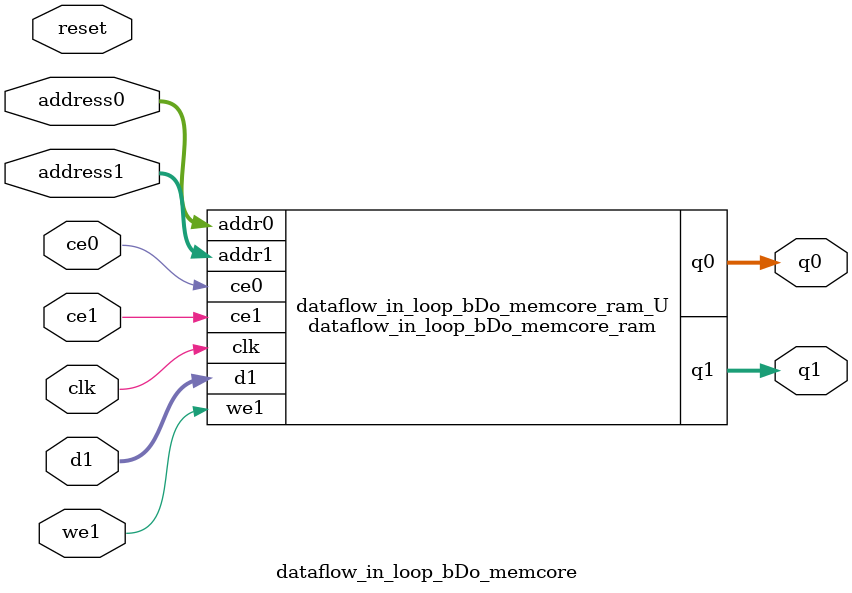
<source format=v>

`timescale 1 ns / 1 ps
module dataflow_in_loop_bDo_memcore_ram (addr0, ce0, q0, addr1, ce1, d1, we1, q1,  clk);

parameter DWIDTH = 64;
parameter AWIDTH = 4;
parameter MEM_SIZE = 15;

input[AWIDTH-1:0] addr0;
input ce0;
output reg[DWIDTH-1:0] q0;
input[AWIDTH-1:0] addr1;
input ce1;
input[DWIDTH-1:0] d1;
input we1;
output reg[DWIDTH-1:0] q1;
input clk;

(* ram_style = "distributed" *)reg [DWIDTH-1:0] ram[0:MEM_SIZE-1];




always @(posedge clk)  
begin 
    if (ce0) 
    begin
            q0 <= ram[addr0];
    end
end


always @(posedge clk)  
begin 
    if (ce1) 
    begin
        if (we1) 
        begin 
            ram[addr1] <= d1; 
            q1 <= d1;
        end 
        else 
            q1 <= ram[addr1];
    end
end


endmodule


`timescale 1 ns / 1 ps
module dataflow_in_loop_bDo_memcore(
    reset,
    clk,
    address0,
    ce0,
    q0,
    address1,
    ce1,
    we1,
    d1,
    q1);

parameter DataWidth = 32'd64;
parameter AddressRange = 32'd15;
parameter AddressWidth = 32'd4;
input reset;
input clk;
input[AddressWidth - 1:0] address0;
input ce0;
output[DataWidth - 1:0] q0;
input[AddressWidth - 1:0] address1;
input ce1;
input we1;
input[DataWidth - 1:0] d1;
output[DataWidth - 1:0] q1;



dataflow_in_loop_bDo_memcore_ram dataflow_in_loop_bDo_memcore_ram_U(
    .clk( clk ),
    .addr0( address0 ),
    .ce0( ce0 ),
    .q0( q0 ),
    .addr1( address1 ),
    .ce1( ce1 ),
    .d1( d1 ),
    .we1( we1 ),
    .q1( q1 ));

endmodule


</source>
